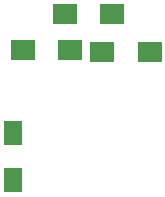
<source format=gbr>
G04 #@! TF.FileFunction,Paste,Bot*
%FSLAX46Y46*%
G04 Gerber Fmt 4.6, Leading zero omitted, Abs format (unit mm)*
G04 Created by KiCad (PCBNEW 4.0.4-stable) date 04/18/19 21:09:23*
%MOMM*%
%LPD*%
G01*
G04 APERTURE LIST*
%ADD10C,0.100000*%
%ADD11R,2.000000X1.700000*%
%ADD12R,1.600000X2.000000*%
G04 APERTURE END LIST*
D10*
D11*
X112808000Y-91440000D03*
X116808000Y-91440000D03*
X119539000Y-91567000D03*
X123539000Y-91567000D03*
X116364000Y-88392000D03*
X120364000Y-88392000D03*
D12*
X112014000Y-102457000D03*
X112014000Y-98457000D03*
M02*

</source>
